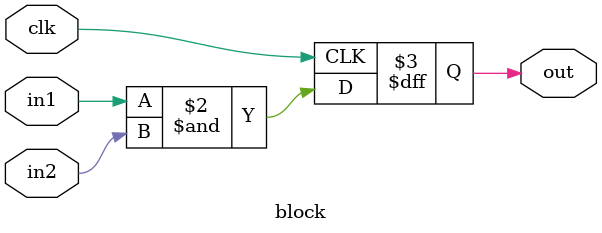
<source format=sv>

module block(clk, in1, in2, out);
	input clk;
	input in1;
	input in2;
	output out;

	always @(posedge clk) begin
		out <= in1 & in2;
	end
endmodule

</source>
